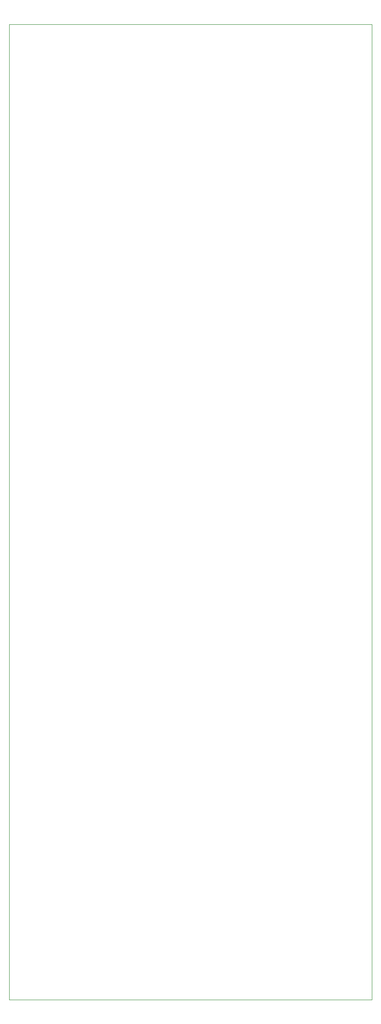
<source format=gbr>
G04 Layer_Color=0*
%FSLAX26Y26*%
%MOIN*%
%TF.FileFunction,Profile,NP*%
%TF.Part,Single*%
G01*
G75*
%TA.AperFunction,Profile*%
%ADD77C,0.001000*%
D77*
X0Y7086615D02*
X2637796Y7086613D01*
X2637794Y-0D01*
X-1Y0D01*
X0Y7086615D01*
%TF.MD5,efd6d8393868251fe2cd98c60efc8de6*%
M02*

</source>
